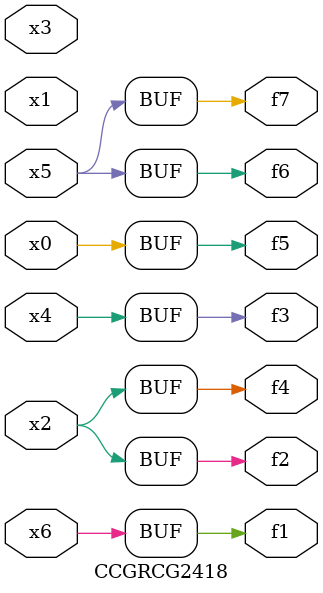
<source format=v>
module CCGRCG2418(
	input x0, x1, x2, x3, x4, x5, x6,
	output f1, f2, f3, f4, f5, f6, f7
);
	assign f1 = x6;
	assign f2 = x2;
	assign f3 = x4;
	assign f4 = x2;
	assign f5 = x0;
	assign f6 = x5;
	assign f7 = x5;
endmodule

</source>
